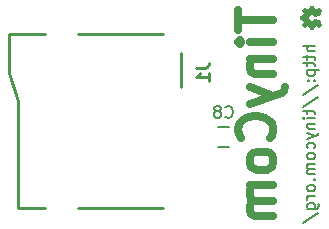
<source format=gbr>
G04 #@! TF.FileFunction,Legend,Bot*
%FSLAX46Y46*%
G04 Gerber Fmt 4.6, Leading zero omitted, Abs format (unit mm)*
G04 Created by KiCad (PCBNEW 4.0.0-2.201511301920+6191~38~ubuntu14.04.1-stable) date Thu 21 Jan 2016 01:29:08 PM ICT*
%MOMM*%
G01*
G04 APERTURE LIST*
%ADD10C,0.100000*%
%ADD11C,0.700000*%
%ADD12C,0.150000*%
%ADD13C,0.254000*%
%ADD14C,0.002540*%
G04 APERTURE END LIST*
D10*
D11*
X148944143Y-93083429D02*
X148944143Y-94797715D01*
X151944143Y-93940572D02*
X148944143Y-93940572D01*
X151944143Y-95797715D02*
X149944143Y-95797715D01*
X148944143Y-95797715D02*
X149087000Y-95654858D01*
X149229857Y-95797715D01*
X149087000Y-95940572D01*
X148944143Y-95797715D01*
X149229857Y-95797715D01*
X149944143Y-97226286D02*
X151944143Y-97226286D01*
X150229857Y-97226286D02*
X150087000Y-97369143D01*
X149944143Y-97654857D01*
X149944143Y-98083429D01*
X150087000Y-98369143D01*
X150372714Y-98512000D01*
X151944143Y-98512000D01*
X149944143Y-99654857D02*
X151944143Y-100369143D01*
X149944143Y-101083429D02*
X151944143Y-100369143D01*
X152658429Y-100083429D01*
X152801286Y-99940572D01*
X152944143Y-99654857D01*
X151658429Y-103940571D02*
X151801286Y-103797714D01*
X151944143Y-103369143D01*
X151944143Y-103083429D01*
X151801286Y-102654857D01*
X151515571Y-102369143D01*
X151229857Y-102226286D01*
X150658429Y-102083429D01*
X150229857Y-102083429D01*
X149658429Y-102226286D01*
X149372714Y-102369143D01*
X149087000Y-102654857D01*
X148944143Y-103083429D01*
X148944143Y-103369143D01*
X149087000Y-103797714D01*
X149229857Y-103940571D01*
X151944143Y-105654857D02*
X151801286Y-105369143D01*
X151658429Y-105226286D01*
X151372714Y-105083429D01*
X150515571Y-105083429D01*
X150229857Y-105226286D01*
X150087000Y-105369143D01*
X149944143Y-105654857D01*
X149944143Y-106083429D01*
X150087000Y-106369143D01*
X150229857Y-106512000D01*
X150515571Y-106654857D01*
X151372714Y-106654857D01*
X151658429Y-106512000D01*
X151801286Y-106369143D01*
X151944143Y-106083429D01*
X151944143Y-105654857D01*
X151944143Y-107940572D02*
X149944143Y-107940572D01*
X150229857Y-107940572D02*
X150087000Y-108083429D01*
X149944143Y-108369143D01*
X149944143Y-108797715D01*
X150087000Y-109083429D01*
X150372714Y-109226286D01*
X151944143Y-109226286D01*
X150372714Y-109226286D02*
X150087000Y-109369143D01*
X149944143Y-109654857D01*
X149944143Y-110083429D01*
X150087000Y-110369143D01*
X150372714Y-110512000D01*
X151944143Y-110512000D01*
D12*
X155459381Y-96147238D02*
X154459381Y-96147238D01*
X155459381Y-96575810D02*
X154935571Y-96575810D01*
X154840333Y-96528191D01*
X154792714Y-96432953D01*
X154792714Y-96290095D01*
X154840333Y-96194857D01*
X154887952Y-96147238D01*
X154792714Y-96909143D02*
X154792714Y-97290095D01*
X154459381Y-97052000D02*
X155316524Y-97052000D01*
X155411762Y-97099619D01*
X155459381Y-97194857D01*
X155459381Y-97290095D01*
X154792714Y-97480572D02*
X154792714Y-97861524D01*
X154459381Y-97623429D02*
X155316524Y-97623429D01*
X155411762Y-97671048D01*
X155459381Y-97766286D01*
X155459381Y-97861524D01*
X154792714Y-98194858D02*
X155792714Y-98194858D01*
X154840333Y-98194858D02*
X154792714Y-98290096D01*
X154792714Y-98480573D01*
X154840333Y-98575811D01*
X154887952Y-98623430D01*
X154983190Y-98671049D01*
X155268905Y-98671049D01*
X155364143Y-98623430D01*
X155411762Y-98575811D01*
X155459381Y-98480573D01*
X155459381Y-98290096D01*
X155411762Y-98194858D01*
X155364143Y-99099620D02*
X155411762Y-99147239D01*
X155459381Y-99099620D01*
X155411762Y-99052001D01*
X155364143Y-99099620D01*
X155459381Y-99099620D01*
X154840333Y-99099620D02*
X154887952Y-99147239D01*
X154935571Y-99099620D01*
X154887952Y-99052001D01*
X154840333Y-99099620D01*
X154935571Y-99099620D01*
X154411762Y-100290096D02*
X155697476Y-99432953D01*
X154411762Y-101337715D02*
X155697476Y-100480572D01*
X154792714Y-101528191D02*
X154792714Y-101909143D01*
X154459381Y-101671048D02*
X155316524Y-101671048D01*
X155411762Y-101718667D01*
X155459381Y-101813905D01*
X155459381Y-101909143D01*
X155459381Y-102242477D02*
X154792714Y-102242477D01*
X154459381Y-102242477D02*
X154507000Y-102194858D01*
X154554619Y-102242477D01*
X154507000Y-102290096D01*
X154459381Y-102242477D01*
X154554619Y-102242477D01*
X154792714Y-102718667D02*
X155459381Y-102718667D01*
X154887952Y-102718667D02*
X154840333Y-102766286D01*
X154792714Y-102861524D01*
X154792714Y-103004382D01*
X154840333Y-103099620D01*
X154935571Y-103147239D01*
X155459381Y-103147239D01*
X154792714Y-103528191D02*
X155459381Y-103766286D01*
X154792714Y-104004382D02*
X155459381Y-103766286D01*
X155697476Y-103671048D01*
X155745095Y-103623429D01*
X155792714Y-103528191D01*
X155411762Y-104813906D02*
X155459381Y-104718668D01*
X155459381Y-104528191D01*
X155411762Y-104432953D01*
X155364143Y-104385334D01*
X155268905Y-104337715D01*
X154983190Y-104337715D01*
X154887952Y-104385334D01*
X154840333Y-104432953D01*
X154792714Y-104528191D01*
X154792714Y-104718668D01*
X154840333Y-104813906D01*
X155459381Y-105385334D02*
X155411762Y-105290096D01*
X155364143Y-105242477D01*
X155268905Y-105194858D01*
X154983190Y-105194858D01*
X154887952Y-105242477D01*
X154840333Y-105290096D01*
X154792714Y-105385334D01*
X154792714Y-105528192D01*
X154840333Y-105623430D01*
X154887952Y-105671049D01*
X154983190Y-105718668D01*
X155268905Y-105718668D01*
X155364143Y-105671049D01*
X155411762Y-105623430D01*
X155459381Y-105528192D01*
X155459381Y-105385334D01*
X155459381Y-106147239D02*
X154792714Y-106147239D01*
X154887952Y-106147239D02*
X154840333Y-106194858D01*
X154792714Y-106290096D01*
X154792714Y-106432954D01*
X154840333Y-106528192D01*
X154935571Y-106575811D01*
X155459381Y-106575811D01*
X154935571Y-106575811D02*
X154840333Y-106623430D01*
X154792714Y-106718668D01*
X154792714Y-106861525D01*
X154840333Y-106956763D01*
X154935571Y-107004382D01*
X155459381Y-107004382D01*
X155364143Y-107480572D02*
X155411762Y-107528191D01*
X155459381Y-107480572D01*
X155411762Y-107432953D01*
X155364143Y-107480572D01*
X155459381Y-107480572D01*
X155459381Y-108099619D02*
X155411762Y-108004381D01*
X155364143Y-107956762D01*
X155268905Y-107909143D01*
X154983190Y-107909143D01*
X154887952Y-107956762D01*
X154840333Y-108004381D01*
X154792714Y-108099619D01*
X154792714Y-108242477D01*
X154840333Y-108337715D01*
X154887952Y-108385334D01*
X154983190Y-108432953D01*
X155268905Y-108432953D01*
X155364143Y-108385334D01*
X155411762Y-108337715D01*
X155459381Y-108242477D01*
X155459381Y-108099619D01*
X155459381Y-108861524D02*
X154792714Y-108861524D01*
X154983190Y-108861524D02*
X154887952Y-108909143D01*
X154840333Y-108956762D01*
X154792714Y-109052000D01*
X154792714Y-109147239D01*
X154792714Y-109909144D02*
X155602238Y-109909144D01*
X155697476Y-109861525D01*
X155745095Y-109813906D01*
X155792714Y-109718667D01*
X155792714Y-109575810D01*
X155745095Y-109480572D01*
X155411762Y-109909144D02*
X155459381Y-109813906D01*
X155459381Y-109623429D01*
X155411762Y-109528191D01*
X155364143Y-109480572D01*
X155268905Y-109432953D01*
X154983190Y-109432953D01*
X154887952Y-109480572D01*
X154840333Y-109528191D01*
X154792714Y-109623429D01*
X154792714Y-109813906D01*
X154840333Y-109909144D01*
X154411762Y-111099620D02*
X155697476Y-110242477D01*
D13*
X142582900Y-109834680D02*
X135387080Y-109834680D01*
X144084040Y-99636580D02*
X144084040Y-96738440D01*
X142582900Y-95138240D02*
X135387080Y-95138240D01*
X129585720Y-95138240D02*
X129585720Y-98437700D01*
X130286760Y-100838000D02*
X130286760Y-109834680D01*
X132585460Y-95138240D02*
X129585720Y-95138240D01*
X132585460Y-109834680D02*
X130286760Y-109834680D01*
X129585720Y-98437700D02*
X130286760Y-100838000D01*
D14*
G36*
X155963620Y-93121480D02*
X155958540Y-93131640D01*
X155943300Y-93154500D01*
X155922980Y-93187520D01*
X155895040Y-93228160D01*
X155869640Y-93266260D01*
X155846780Y-93299280D01*
X155831540Y-93322140D01*
X155826460Y-93332300D01*
X155829000Y-93337380D01*
X155839160Y-93355160D01*
X155851860Y-93383100D01*
X155859480Y-93398340D01*
X155872180Y-93423740D01*
X155874720Y-93436440D01*
X155869640Y-93438980D01*
X155851860Y-93449140D01*
X155818840Y-93461840D01*
X155775660Y-93482160D01*
X155724860Y-93502480D01*
X155668980Y-93525340D01*
X155613100Y-93548200D01*
X155559760Y-93571060D01*
X155511500Y-93591380D01*
X155473400Y-93606620D01*
X155445460Y-93616780D01*
X155435300Y-93621860D01*
X155432760Y-93619320D01*
X155420060Y-93606620D01*
X155404820Y-93586300D01*
X155364180Y-93538040D01*
X155305760Y-93492320D01*
X155239720Y-93461840D01*
X155166060Y-93454220D01*
X155100020Y-93461840D01*
X155036520Y-93487240D01*
X154975560Y-93532960D01*
X154932380Y-93588840D01*
X154904440Y-93654880D01*
X154896820Y-93726000D01*
X154904440Y-93794580D01*
X154929840Y-93860620D01*
X154975560Y-93921580D01*
X155003500Y-93944440D01*
X155064460Y-93980000D01*
X155125420Y-94000320D01*
X155140660Y-94000320D01*
X155211780Y-93997780D01*
X155280360Y-93977460D01*
X155338780Y-93941900D01*
X155389580Y-93888560D01*
X155394660Y-93883480D01*
X155412440Y-93858080D01*
X155422600Y-93842840D01*
X155432760Y-93830140D01*
X155648660Y-93919040D01*
X155684220Y-93934280D01*
X155742640Y-93959680D01*
X155793440Y-93980000D01*
X155834080Y-93997780D01*
X155859480Y-94010480D01*
X155872180Y-94015560D01*
X155872180Y-94015560D01*
X155872180Y-94023180D01*
X155867100Y-94038420D01*
X155851860Y-94068900D01*
X155841700Y-94089220D01*
X155831540Y-94112080D01*
X155826460Y-94122240D01*
X155831540Y-94132400D01*
X155846780Y-94152720D01*
X155867100Y-94185740D01*
X155892500Y-94223840D01*
X155917900Y-94259400D01*
X155940760Y-94294960D01*
X155956000Y-94317820D01*
X155963620Y-94330520D01*
X155963620Y-94333060D01*
X155956000Y-94343220D01*
X155940760Y-94363540D01*
X155912820Y-94391480D01*
X155872180Y-94432120D01*
X155867100Y-94439740D01*
X155831540Y-94472760D01*
X155801060Y-94500700D01*
X155780740Y-94521020D01*
X155773120Y-94526100D01*
X155773120Y-94526100D01*
X155760420Y-94521020D01*
X155735020Y-94505780D01*
X155702000Y-94482920D01*
X155661360Y-94454980D01*
X155557220Y-94383860D01*
X155460700Y-94424500D01*
X155430220Y-94434660D01*
X155394660Y-94449900D01*
X155369260Y-94462600D01*
X155356560Y-94467680D01*
X155354020Y-94477840D01*
X155346400Y-94505780D01*
X155338780Y-94543880D01*
X155331160Y-94589600D01*
X155321000Y-94635320D01*
X155313380Y-94673420D01*
X155308300Y-94703900D01*
X155305760Y-94716600D01*
X155303220Y-94719140D01*
X155298140Y-94721680D01*
X155285440Y-94724220D01*
X155260040Y-94724220D01*
X155221940Y-94724220D01*
X155166060Y-94724220D01*
X155160980Y-94724220D01*
X155107640Y-94724220D01*
X155067000Y-94724220D01*
X155041600Y-94721680D01*
X155031440Y-94719140D01*
X155031440Y-94719140D01*
X155026360Y-94706440D01*
X155021280Y-94678500D01*
X155013660Y-94640400D01*
X155003500Y-94592140D01*
X155003500Y-94589600D01*
X154995880Y-94541340D01*
X154985720Y-94503240D01*
X154980640Y-94475300D01*
X154975560Y-94462600D01*
X154973020Y-94460060D01*
X154955240Y-94449900D01*
X154924760Y-94437200D01*
X154889200Y-94421960D01*
X154853640Y-94406720D01*
X154818080Y-94391480D01*
X154795220Y-94383860D01*
X154782520Y-94381320D01*
X154782520Y-94381320D01*
X154772360Y-94388940D01*
X154746960Y-94404180D01*
X154713940Y-94427040D01*
X154673300Y-94454980D01*
X154668220Y-94457520D01*
X154630120Y-94485460D01*
X154594560Y-94505780D01*
X154571700Y-94521020D01*
X154561540Y-94526100D01*
X154559000Y-94526100D01*
X154548840Y-94518480D01*
X154525980Y-94498160D01*
X154495500Y-94467680D01*
X154459940Y-94432120D01*
X154449780Y-94421960D01*
X154411680Y-94383860D01*
X154386280Y-94355920D01*
X154373580Y-94338140D01*
X154368500Y-94330520D01*
X154371040Y-94330520D01*
X154376120Y-94317820D01*
X154393900Y-94292420D01*
X154416760Y-94259400D01*
X154444700Y-94218760D01*
X154447240Y-94216220D01*
X154472640Y-94175580D01*
X154495500Y-94142560D01*
X154510740Y-94119700D01*
X154518360Y-94109540D01*
X154518360Y-94107000D01*
X154513280Y-94091760D01*
X154503120Y-94061280D01*
X154490420Y-94028260D01*
X154475180Y-93990160D01*
X154459940Y-93957140D01*
X154449780Y-93931740D01*
X154442160Y-93919040D01*
X154442160Y-93919040D01*
X154426920Y-93913960D01*
X154396440Y-93908880D01*
X154355800Y-93898720D01*
X154307540Y-93891100D01*
X154299920Y-93888560D01*
X154251660Y-93880940D01*
X154213560Y-93873320D01*
X154185620Y-93865700D01*
X154172920Y-93863160D01*
X154172920Y-93858080D01*
X154170380Y-93832680D01*
X154170380Y-93797120D01*
X154170380Y-93753940D01*
X154170380Y-93710760D01*
X154170380Y-93667580D01*
X154172920Y-93629480D01*
X154172920Y-93604080D01*
X154175460Y-93591380D01*
X154178000Y-93591380D01*
X154190700Y-93586300D01*
X154221180Y-93581220D01*
X154261820Y-93571060D01*
X154312620Y-93563440D01*
X154320240Y-93560900D01*
X154368500Y-93553280D01*
X154406600Y-93543120D01*
X154434540Y-93538040D01*
X154444700Y-93535500D01*
X154447240Y-93530420D01*
X154454860Y-93512640D01*
X154467560Y-93479620D01*
X154485340Y-93438980D01*
X154520900Y-93347540D01*
X154444700Y-93235780D01*
X154437080Y-93225620D01*
X154409140Y-93184980D01*
X154388820Y-93151960D01*
X154373580Y-93129100D01*
X154368500Y-93118940D01*
X154368500Y-93118940D01*
X154378660Y-93108780D01*
X154398980Y-93085920D01*
X154429460Y-93055440D01*
X154462480Y-93019880D01*
X154490420Y-92994480D01*
X154520900Y-92964000D01*
X154541220Y-92943680D01*
X154556460Y-92933520D01*
X154564080Y-92928440D01*
X154569160Y-92930980D01*
X154581860Y-92936060D01*
X154604720Y-92953840D01*
X154640280Y-92976700D01*
X154678380Y-93004640D01*
X154713940Y-93027500D01*
X154749500Y-93050360D01*
X154777440Y-93065600D01*
X154790140Y-93073220D01*
X154795220Y-93070680D01*
X154818080Y-93063060D01*
X154851100Y-93050360D01*
X154891740Y-93032580D01*
X154980640Y-92994480D01*
X154990800Y-92936060D01*
X154998420Y-92900500D01*
X155006040Y-92849700D01*
X155016200Y-92803980D01*
X155031440Y-92730320D01*
X155298140Y-92727780D01*
X155303220Y-92737940D01*
X155308300Y-92750640D01*
X155313380Y-92776040D01*
X155321000Y-92816680D01*
X155328620Y-92862400D01*
X155336240Y-92900500D01*
X155343860Y-92941140D01*
X155348940Y-92969080D01*
X155351480Y-92981780D01*
X155356560Y-92984320D01*
X155376880Y-92994480D01*
X155407360Y-93009720D01*
X155442920Y-93024960D01*
X155481020Y-93040200D01*
X155516580Y-93052900D01*
X155541980Y-93063060D01*
X155557220Y-93068140D01*
X155567380Y-93063060D01*
X155590240Y-93047820D01*
X155623260Y-93024960D01*
X155661360Y-92999560D01*
X155702000Y-92971620D01*
X155735020Y-92948760D01*
X155760420Y-92933520D01*
X155770580Y-92925900D01*
X155778200Y-92930980D01*
X155795980Y-92946220D01*
X155826460Y-92974160D01*
X155872180Y-93019880D01*
X155877260Y-93027500D01*
X155912820Y-93060520D01*
X155938220Y-93091000D01*
X155958540Y-93111320D01*
X155963620Y-93121480D01*
X155963620Y-93121480D01*
G37*
X155963620Y-93121480D02*
X155958540Y-93131640D01*
X155943300Y-93154500D01*
X155922980Y-93187520D01*
X155895040Y-93228160D01*
X155869640Y-93266260D01*
X155846780Y-93299280D01*
X155831540Y-93322140D01*
X155826460Y-93332300D01*
X155829000Y-93337380D01*
X155839160Y-93355160D01*
X155851860Y-93383100D01*
X155859480Y-93398340D01*
X155872180Y-93423740D01*
X155874720Y-93436440D01*
X155869640Y-93438980D01*
X155851860Y-93449140D01*
X155818840Y-93461840D01*
X155775660Y-93482160D01*
X155724860Y-93502480D01*
X155668980Y-93525340D01*
X155613100Y-93548200D01*
X155559760Y-93571060D01*
X155511500Y-93591380D01*
X155473400Y-93606620D01*
X155445460Y-93616780D01*
X155435300Y-93621860D01*
X155432760Y-93619320D01*
X155420060Y-93606620D01*
X155404820Y-93586300D01*
X155364180Y-93538040D01*
X155305760Y-93492320D01*
X155239720Y-93461840D01*
X155166060Y-93454220D01*
X155100020Y-93461840D01*
X155036520Y-93487240D01*
X154975560Y-93532960D01*
X154932380Y-93588840D01*
X154904440Y-93654880D01*
X154896820Y-93726000D01*
X154904440Y-93794580D01*
X154929840Y-93860620D01*
X154975560Y-93921580D01*
X155003500Y-93944440D01*
X155064460Y-93980000D01*
X155125420Y-94000320D01*
X155140660Y-94000320D01*
X155211780Y-93997780D01*
X155280360Y-93977460D01*
X155338780Y-93941900D01*
X155389580Y-93888560D01*
X155394660Y-93883480D01*
X155412440Y-93858080D01*
X155422600Y-93842840D01*
X155432760Y-93830140D01*
X155648660Y-93919040D01*
X155684220Y-93934280D01*
X155742640Y-93959680D01*
X155793440Y-93980000D01*
X155834080Y-93997780D01*
X155859480Y-94010480D01*
X155872180Y-94015560D01*
X155872180Y-94015560D01*
X155872180Y-94023180D01*
X155867100Y-94038420D01*
X155851860Y-94068900D01*
X155841700Y-94089220D01*
X155831540Y-94112080D01*
X155826460Y-94122240D01*
X155831540Y-94132400D01*
X155846780Y-94152720D01*
X155867100Y-94185740D01*
X155892500Y-94223840D01*
X155917900Y-94259400D01*
X155940760Y-94294960D01*
X155956000Y-94317820D01*
X155963620Y-94330520D01*
X155963620Y-94333060D01*
X155956000Y-94343220D01*
X155940760Y-94363540D01*
X155912820Y-94391480D01*
X155872180Y-94432120D01*
X155867100Y-94439740D01*
X155831540Y-94472760D01*
X155801060Y-94500700D01*
X155780740Y-94521020D01*
X155773120Y-94526100D01*
X155773120Y-94526100D01*
X155760420Y-94521020D01*
X155735020Y-94505780D01*
X155702000Y-94482920D01*
X155661360Y-94454980D01*
X155557220Y-94383860D01*
X155460700Y-94424500D01*
X155430220Y-94434660D01*
X155394660Y-94449900D01*
X155369260Y-94462600D01*
X155356560Y-94467680D01*
X155354020Y-94477840D01*
X155346400Y-94505780D01*
X155338780Y-94543880D01*
X155331160Y-94589600D01*
X155321000Y-94635320D01*
X155313380Y-94673420D01*
X155308300Y-94703900D01*
X155305760Y-94716600D01*
X155303220Y-94719140D01*
X155298140Y-94721680D01*
X155285440Y-94724220D01*
X155260040Y-94724220D01*
X155221940Y-94724220D01*
X155166060Y-94724220D01*
X155160980Y-94724220D01*
X155107640Y-94724220D01*
X155067000Y-94724220D01*
X155041600Y-94721680D01*
X155031440Y-94719140D01*
X155031440Y-94719140D01*
X155026360Y-94706440D01*
X155021280Y-94678500D01*
X155013660Y-94640400D01*
X155003500Y-94592140D01*
X155003500Y-94589600D01*
X154995880Y-94541340D01*
X154985720Y-94503240D01*
X154980640Y-94475300D01*
X154975560Y-94462600D01*
X154973020Y-94460060D01*
X154955240Y-94449900D01*
X154924760Y-94437200D01*
X154889200Y-94421960D01*
X154853640Y-94406720D01*
X154818080Y-94391480D01*
X154795220Y-94383860D01*
X154782520Y-94381320D01*
X154782520Y-94381320D01*
X154772360Y-94388940D01*
X154746960Y-94404180D01*
X154713940Y-94427040D01*
X154673300Y-94454980D01*
X154668220Y-94457520D01*
X154630120Y-94485460D01*
X154594560Y-94505780D01*
X154571700Y-94521020D01*
X154561540Y-94526100D01*
X154559000Y-94526100D01*
X154548840Y-94518480D01*
X154525980Y-94498160D01*
X154495500Y-94467680D01*
X154459940Y-94432120D01*
X154449780Y-94421960D01*
X154411680Y-94383860D01*
X154386280Y-94355920D01*
X154373580Y-94338140D01*
X154368500Y-94330520D01*
X154371040Y-94330520D01*
X154376120Y-94317820D01*
X154393900Y-94292420D01*
X154416760Y-94259400D01*
X154444700Y-94218760D01*
X154447240Y-94216220D01*
X154472640Y-94175580D01*
X154495500Y-94142560D01*
X154510740Y-94119700D01*
X154518360Y-94109540D01*
X154518360Y-94107000D01*
X154513280Y-94091760D01*
X154503120Y-94061280D01*
X154490420Y-94028260D01*
X154475180Y-93990160D01*
X154459940Y-93957140D01*
X154449780Y-93931740D01*
X154442160Y-93919040D01*
X154442160Y-93919040D01*
X154426920Y-93913960D01*
X154396440Y-93908880D01*
X154355800Y-93898720D01*
X154307540Y-93891100D01*
X154299920Y-93888560D01*
X154251660Y-93880940D01*
X154213560Y-93873320D01*
X154185620Y-93865700D01*
X154172920Y-93863160D01*
X154172920Y-93858080D01*
X154170380Y-93832680D01*
X154170380Y-93797120D01*
X154170380Y-93753940D01*
X154170380Y-93710760D01*
X154170380Y-93667580D01*
X154172920Y-93629480D01*
X154172920Y-93604080D01*
X154175460Y-93591380D01*
X154178000Y-93591380D01*
X154190700Y-93586300D01*
X154221180Y-93581220D01*
X154261820Y-93571060D01*
X154312620Y-93563440D01*
X154320240Y-93560900D01*
X154368500Y-93553280D01*
X154406600Y-93543120D01*
X154434540Y-93538040D01*
X154444700Y-93535500D01*
X154447240Y-93530420D01*
X154454860Y-93512640D01*
X154467560Y-93479620D01*
X154485340Y-93438980D01*
X154520900Y-93347540D01*
X154444700Y-93235780D01*
X154437080Y-93225620D01*
X154409140Y-93184980D01*
X154388820Y-93151960D01*
X154373580Y-93129100D01*
X154368500Y-93118940D01*
X154368500Y-93118940D01*
X154378660Y-93108780D01*
X154398980Y-93085920D01*
X154429460Y-93055440D01*
X154462480Y-93019880D01*
X154490420Y-92994480D01*
X154520900Y-92964000D01*
X154541220Y-92943680D01*
X154556460Y-92933520D01*
X154564080Y-92928440D01*
X154569160Y-92930980D01*
X154581860Y-92936060D01*
X154604720Y-92953840D01*
X154640280Y-92976700D01*
X154678380Y-93004640D01*
X154713940Y-93027500D01*
X154749500Y-93050360D01*
X154777440Y-93065600D01*
X154790140Y-93073220D01*
X154795220Y-93070680D01*
X154818080Y-93063060D01*
X154851100Y-93050360D01*
X154891740Y-93032580D01*
X154980640Y-92994480D01*
X154990800Y-92936060D01*
X154998420Y-92900500D01*
X155006040Y-92849700D01*
X155016200Y-92803980D01*
X155031440Y-92730320D01*
X155298140Y-92727780D01*
X155303220Y-92737940D01*
X155308300Y-92750640D01*
X155313380Y-92776040D01*
X155321000Y-92816680D01*
X155328620Y-92862400D01*
X155336240Y-92900500D01*
X155343860Y-92941140D01*
X155348940Y-92969080D01*
X155351480Y-92981780D01*
X155356560Y-92984320D01*
X155376880Y-92994480D01*
X155407360Y-93009720D01*
X155442920Y-93024960D01*
X155481020Y-93040200D01*
X155516580Y-93052900D01*
X155541980Y-93063060D01*
X155557220Y-93068140D01*
X155567380Y-93063060D01*
X155590240Y-93047820D01*
X155623260Y-93024960D01*
X155661360Y-92999560D01*
X155702000Y-92971620D01*
X155735020Y-92948760D01*
X155760420Y-92933520D01*
X155770580Y-92925900D01*
X155778200Y-92930980D01*
X155795980Y-92946220D01*
X155826460Y-92974160D01*
X155872180Y-93019880D01*
X155877260Y-93027500D01*
X155912820Y-93060520D01*
X155938220Y-93091000D01*
X155958540Y-93111320D01*
X155963620Y-93121480D01*
D12*
X147217000Y-103036000D02*
X148217000Y-103036000D01*
X148217000Y-104736000D02*
X147217000Y-104736000D01*
D13*
X145386659Y-97992293D02*
X146172373Y-97992293D01*
X146329516Y-97939913D01*
X146434278Y-97835151D01*
X146486659Y-97678008D01*
X146486659Y-97573246D01*
X146486659Y-99092293D02*
X146486659Y-98463722D01*
X146486659Y-98778008D02*
X145386659Y-98778008D01*
X145543802Y-98673246D01*
X145648564Y-98568484D01*
X145700945Y-98463722D01*
D12*
X147883666Y-102143143D02*
X147931285Y-102190762D01*
X148074142Y-102238381D01*
X148169380Y-102238381D01*
X148312238Y-102190762D01*
X148407476Y-102095524D01*
X148455095Y-102000286D01*
X148502714Y-101809810D01*
X148502714Y-101666952D01*
X148455095Y-101476476D01*
X148407476Y-101381238D01*
X148312238Y-101286000D01*
X148169380Y-101238381D01*
X148074142Y-101238381D01*
X147931285Y-101286000D01*
X147883666Y-101333619D01*
X147312238Y-101666952D02*
X147407476Y-101619333D01*
X147455095Y-101571714D01*
X147502714Y-101476476D01*
X147502714Y-101428857D01*
X147455095Y-101333619D01*
X147407476Y-101286000D01*
X147312238Y-101238381D01*
X147121761Y-101238381D01*
X147026523Y-101286000D01*
X146978904Y-101333619D01*
X146931285Y-101428857D01*
X146931285Y-101476476D01*
X146978904Y-101571714D01*
X147026523Y-101619333D01*
X147121761Y-101666952D01*
X147312238Y-101666952D01*
X147407476Y-101714571D01*
X147455095Y-101762190D01*
X147502714Y-101857429D01*
X147502714Y-102047905D01*
X147455095Y-102143143D01*
X147407476Y-102190762D01*
X147312238Y-102238381D01*
X147121761Y-102238381D01*
X147026523Y-102190762D01*
X146978904Y-102143143D01*
X146931285Y-102047905D01*
X146931285Y-101857429D01*
X146978904Y-101762190D01*
X147026523Y-101714571D01*
X147121761Y-101666952D01*
M02*

</source>
